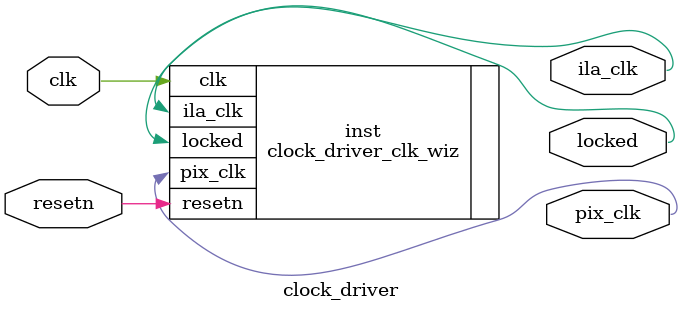
<source format=v>


`timescale 1ps/1ps

(* CORE_GENERATION_INFO = "clock_driver,clk_wiz_v6_0_6_0_0,{component_name=clock_driver,use_phase_alignment=true,use_min_o_jitter=false,use_max_i_jitter=false,use_dyn_phase_shift=false,use_inclk_switchover=false,use_dyn_reconfig=false,enable_axi=0,feedback_source=FDBK_AUTO,PRIMITIVE=MMCM,num_out_clk=2,clkin1_period=20.000,clkin2_period=10.0,use_power_down=false,use_reset=true,use_locked=true,use_inclk_stopped=false,feedback_type=SINGLE,CLOCK_MGR_TYPE=NA,manual_override=false}" *)

module clock_driver 
 (
  // Clock out ports
  output        pix_clk,
  output        ila_clk,
  // Status and control signals
  input         resetn,
  output        locked,
 // Clock in ports
  input         clk
 );

  clock_driver_clk_wiz inst
  (
  // Clock out ports  
  .pix_clk(pix_clk),
  .ila_clk(ila_clk),
  // Status and control signals               
  .resetn(resetn), 
  .locked(locked),
 // Clock in ports
  .clk(clk)
  );

endmodule

</source>
